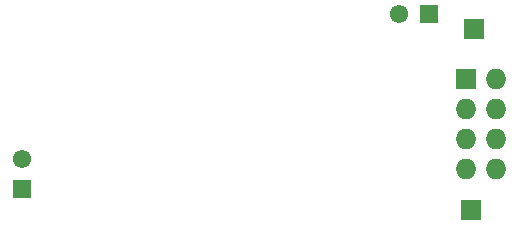
<source format=gbs>
G04 #@! TF.FileFunction,Soldermask,Bot*
%FSLAX46Y46*%
G04 Gerber Fmt 4.6, Leading zero omitted, Abs format (unit mm)*
G04 Created by KiCad (PCBNEW 4.0.4-stable) date 07/31/17 21:50:18*
%MOMM*%
%LPD*%
G01*
G04 APERTURE LIST*
%ADD10C,0.150000*%
%ADD11R,1.730000X1.730000*%
%ADD12R,1.554000X1.554000*%
%ADD13C,1.554000*%
%ADD14O,1.730000X1.730000*%
G04 APERTURE END LIST*
D10*
D11*
X306600000Y-128300000D03*
D12*
X302760000Y-127060000D03*
D13*
X300220000Y-127060000D03*
D12*
X268275000Y-141820000D03*
D13*
X268275000Y-139280000D03*
D11*
X306340000Y-143650000D03*
X305880000Y-132540000D03*
D14*
X308420000Y-132540000D03*
X305880000Y-135080000D03*
X308420000Y-135080000D03*
X305880000Y-137620000D03*
X308420000Y-137620000D03*
X305880000Y-140160000D03*
X308420000Y-140160000D03*
M02*

</source>
